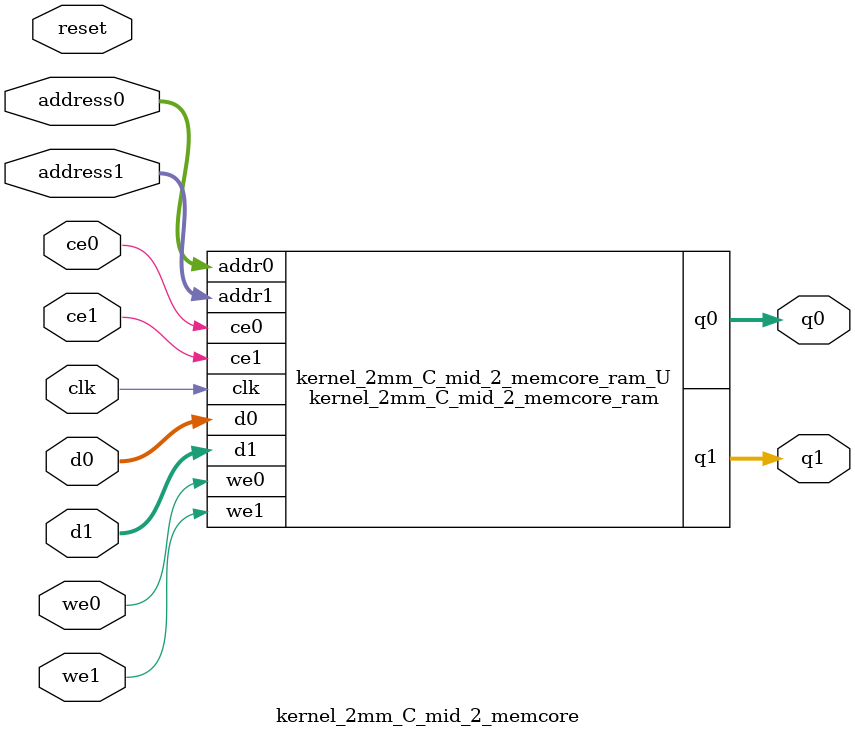
<source format=v>

`timescale 1 ns / 1 ps
module kernel_2mm_C_mid_2_memcore_ram (addr0, ce0, d0, we0, q0, addr1, ce1, d1, we1, q1,  clk);

parameter DWIDTH = 32;
parameter AWIDTH = 7;
parameter MEM_SIZE = 96;

input[AWIDTH-1:0] addr0;
input ce0;
input[DWIDTH-1:0] d0;
input we0;
output reg[DWIDTH-1:0] q0;
input[AWIDTH-1:0] addr1;
input ce1;
input[DWIDTH-1:0] d1;
input we1;
output reg[DWIDTH-1:0] q1;
input clk;

(* ram_style = "block" *)reg [DWIDTH-1:0] ram[0:MEM_SIZE-1];




always @(posedge clk)  
begin 
    if (ce0) 
    begin
        if (we0) 
        begin 
            ram[addr0] <= d0; 
            q0 <= d0;
        end 
        else 
            q0 <= ram[addr0];
    end
end


always @(posedge clk)  
begin 
    if (ce1) 
    begin
        if (we1) 
        begin 
            ram[addr1] <= d1; 
            q1 <= d1;
        end 
        else 
            q1 <= ram[addr1];
    end
end


endmodule


`timescale 1 ns / 1 ps
module kernel_2mm_C_mid_2_memcore(
    reset,
    clk,
    address0,
    ce0,
    we0,
    d0,
    q0,
    address1,
    ce1,
    we1,
    d1,
    q1);

parameter DataWidth = 32'd32;
parameter AddressRange = 32'd96;
parameter AddressWidth = 32'd7;
input reset;
input clk;
input[AddressWidth - 1:0] address0;
input ce0;
input we0;
input[DataWidth - 1:0] d0;
output[DataWidth - 1:0] q0;
input[AddressWidth - 1:0] address1;
input ce1;
input we1;
input[DataWidth - 1:0] d1;
output[DataWidth - 1:0] q1;



kernel_2mm_C_mid_2_memcore_ram kernel_2mm_C_mid_2_memcore_ram_U(
    .clk( clk ),
    .addr0( address0 ),
    .ce0( ce0 ),
    .we0( we0 ),
    .d0( d0 ),
    .q0( q0 ),
    .addr1( address1 ),
    .ce1( ce1 ),
    .we1( we1 ),
    .d1( d1 ),
    .q1( q1 ));

endmodule


</source>
